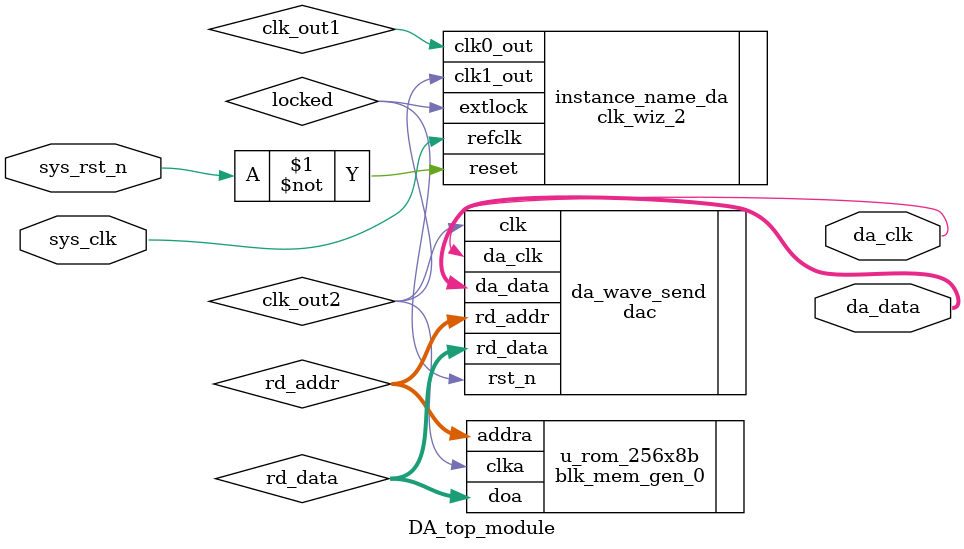
<source format=v>
`timescale 1ns / 1ps


module DA_top_module(
     input                 sys_clk     ,  //ÏµÍ³Ê±ÖÓ
     input                 sys_rst_n   ,  //ÏµÍ³¸´Î»£¬µÍµçÆ½ÓÐÐ§
     //DAÐ¾Æ¬½Ó¿Ú
     output                da_clk      ,  //DA(AD9708)Çý¶¯Ê±ÖÓ,×î´óÖ§³Ö125MhzÊ±ÖÓ
     output    [7:0]       da_data       //Êä³ö¸øDAµÄÊý¾Ý
 );
 
 //wire define 
 wire      [7:0]    rd_addr;              //ROM¶ÁµØÖ·fj
 wire      [7:0]    rd_data;              //ROM¶Á³öµÄÊý¾Ý
 //*****************************************************
 //**                    main code
 //*****************************************************
 
wire clk_out1;
wire clk_out2;
wire locked;
 
 clk_wiz_2 instance_name_da
   (
    // Clock out ports
    .clk0_out(clk_out1),     // output clk_out1
    // Status and control signals
    .clk1_out(clk_out2),   //25.6MHZ
    .reset(~sys_rst_n), // input resetn
    .extlock(locked),       // output locked
   // Clock in ports
    .refclk(sys_clk));      // input clk_in1
 
 //DAÊý¾Ý·¢ËÍ
// DA_module u_da_wave_send(
//     .clk         (sys_clk), 
//     .rst_n       (locked),
//     .rd_data     (rd_data),
//     .rd_addr     (rd_addr),
//     .da_clk      (da_clk),  
//     .da_data     (da_data)
//     );
 

 dac da_wave_send(
     .clk         (clk_out2), 
     .rst_n       (locked),
     .rd_data     (rd_data),
     .rd_addr     (rd_addr),
     .da_clk      (da_clk),  
     .da_data     (da_data)
     );
 //ROM´æ´¢²¨ÐÎ
// blk_mem_gen_0  u_rom_256x8b (
//   .clka  (clk_out1),    // input wire clka
//   .addra (rd_addr),    // input wire [7 : 0] addra
//   .doa (rd_data)     // output wire [7 : 0] douta
// );
 
 
 blk_mem_gen_0  u_rom_256x8b (
   .clka  (clk_out2),    // input wire clka
   .addra (rd_addr),    // input wire [7 : 0] addra
   .doa (rd_data)     // output wire [7 : 0] douta
 );

endmodule

</source>
